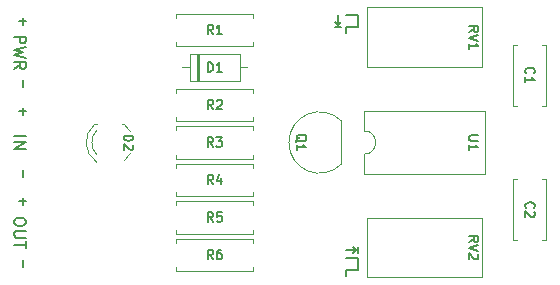
<source format=gbr>
%TF.GenerationSoftware,KiCad,Pcbnew,5.1.7-a382d34a8~88~ubuntu16.04.1*%
%TF.CreationDate,2021-06-30T18:42:57+02:00*%
%TF.ProjectId,555-piezo-trigger,3535352d-7069-4657-9a6f-2d7472696767,rev?*%
%TF.SameCoordinates,Original*%
%TF.FileFunction,Legend,Top*%
%TF.FilePolarity,Positive*%
%FSLAX46Y46*%
G04 Gerber Fmt 4.6, Leading zero omitted, Abs format (unit mm)*
G04 Created by KiCad (PCBNEW 5.1.7-a382d34a8~88~ubuntu16.04.1) date 2021-06-30 18:42:57*
%MOMM*%
%LPD*%
G01*
G04 APERTURE LIST*
%ADD10C,0.150000*%
%ADD11C,0.120000*%
G04 APERTURE END LIST*
D10*
X114998500Y-67691000D02*
X113982500Y-67691000D01*
X113347500Y-66675000D02*
X113347500Y-67564000D01*
X114998500Y-87249000D02*
X114998500Y-88265000D01*
X114998500Y-88265000D02*
X113982500Y-88265000D01*
X113982500Y-87249000D02*
X114998500Y-87249000D01*
X113982500Y-86614000D02*
X114871500Y-86614000D01*
X114871500Y-86614000D02*
X114617500Y-86360000D01*
X114871500Y-86614000D02*
X114617500Y-86868000D01*
X114998500Y-86868000D02*
X114998500Y-86360000D01*
X113982500Y-88265000D02*
X113982500Y-88773000D01*
X113982500Y-67691000D02*
X113982500Y-68199000D01*
X114998500Y-66675000D02*
X114998500Y-67691000D01*
X113347500Y-67564000D02*
X113601500Y-67310000D01*
X113093500Y-67691000D02*
X113601500Y-67691000D01*
X113982500Y-66675000D02*
X114998500Y-66675000D01*
X113347500Y-67564000D02*
X113093500Y-67310000D01*
X85907619Y-76946190D02*
X86907619Y-76946190D01*
X85907619Y-77422380D02*
X86907619Y-77422380D01*
X85907619Y-77993809D01*
X86907619Y-77993809D01*
X86907619Y-84090000D02*
X86907619Y-84280476D01*
X86860000Y-84375714D01*
X86764761Y-84470952D01*
X86574285Y-84518571D01*
X86240952Y-84518571D01*
X86050476Y-84470952D01*
X85955238Y-84375714D01*
X85907619Y-84280476D01*
X85907619Y-84090000D01*
X85955238Y-83994761D01*
X86050476Y-83899523D01*
X86240952Y-83851904D01*
X86574285Y-83851904D01*
X86764761Y-83899523D01*
X86860000Y-83994761D01*
X86907619Y-84090000D01*
X86907619Y-84947142D02*
X86098095Y-84947142D01*
X86002857Y-84994761D01*
X85955238Y-85042380D01*
X85907619Y-85137619D01*
X85907619Y-85328095D01*
X85955238Y-85423333D01*
X86002857Y-85470952D01*
X86098095Y-85518571D01*
X86907619Y-85518571D01*
X86907619Y-85851904D02*
X86907619Y-86423333D01*
X85907619Y-86137619D02*
X86907619Y-86137619D01*
X85907619Y-68516666D02*
X86907619Y-68516666D01*
X86907619Y-68897619D01*
X86860000Y-68992857D01*
X86812380Y-69040476D01*
X86717142Y-69088095D01*
X86574285Y-69088095D01*
X86479047Y-69040476D01*
X86431428Y-68992857D01*
X86383809Y-68897619D01*
X86383809Y-68516666D01*
X86907619Y-69421428D02*
X85907619Y-69659523D01*
X86621904Y-69850000D01*
X85907619Y-70040476D01*
X86907619Y-70278571D01*
X85907619Y-71230952D02*
X86383809Y-70897619D01*
X85907619Y-70659523D02*
X86907619Y-70659523D01*
X86907619Y-71040476D01*
X86860000Y-71135714D01*
X86812380Y-71183333D01*
X86717142Y-71230952D01*
X86574285Y-71230952D01*
X86479047Y-71183333D01*
X86431428Y-71135714D01*
X86383809Y-71040476D01*
X86383809Y-70659523D01*
X86620357Y-66916666D02*
X86620357Y-67526190D01*
X86315595Y-67221428D02*
X86925119Y-67221428D01*
X86620357Y-72173809D02*
X86620357Y-72783333D01*
X86620357Y-74536666D02*
X86620357Y-75146190D01*
X86315595Y-74841428D02*
X86925119Y-74841428D01*
X86620357Y-79793809D02*
X86620357Y-80403333D01*
X86620357Y-82156666D02*
X86620357Y-82766190D01*
X86315595Y-82461428D02*
X86925119Y-82461428D01*
X86620357Y-87413809D02*
X86620357Y-88023333D01*
D11*
%TO.C,D2*%
X92900000Y-75910000D02*
X92744000Y-75910000D01*
X95216000Y-75910000D02*
X95060000Y-75910000D01*
X95759042Y-76578311D02*
G75*
G03*
X95215516Y-75910000I-1779042J-891689D01*
G01*
X92901392Y-79142335D02*
G75*
G02*
X92744484Y-75910000I1078608J1672335D01*
G01*
X92900163Y-78511130D02*
G75*
G02*
X92900000Y-76429039I1079837J1041130D01*
G01*
X95759526Y-78361689D02*
G75*
G02*
X95216000Y-79030000I-1779042J891689D01*
G01*
%TO.C,C1*%
X130910000Y-69175000D02*
X130910000Y-74415000D01*
X128170000Y-69175000D02*
X128170000Y-74415000D01*
X130910000Y-69175000D02*
X130595000Y-69175000D01*
X128485000Y-69175000D02*
X128170000Y-69175000D01*
X130910000Y-74415000D02*
X130595000Y-74415000D01*
X128485000Y-74415000D02*
X128170000Y-74415000D01*
%TO.C,C2*%
X128485000Y-85765000D02*
X128170000Y-85765000D01*
X130910000Y-85765000D02*
X130595000Y-85765000D01*
X128485000Y-80525000D02*
X128170000Y-80525000D01*
X130910000Y-80525000D02*
X130595000Y-80525000D01*
X128170000Y-80525000D02*
X128170000Y-85765000D01*
X130910000Y-80525000D02*
X130910000Y-85765000D01*
%TO.C,D1*%
X101350000Y-70000000D02*
X101350000Y-72240000D01*
X101590000Y-70000000D02*
X101590000Y-72240000D01*
X101470000Y-70000000D02*
X101470000Y-72240000D01*
X105640000Y-71120000D02*
X104990000Y-71120000D01*
X100100000Y-71120000D02*
X100750000Y-71120000D01*
X104990000Y-70000000D02*
X100750000Y-70000000D01*
X104990000Y-72240000D02*
X104990000Y-70000000D01*
X100750000Y-72240000D02*
X104990000Y-72240000D01*
X100750000Y-70000000D02*
X100750000Y-72240000D01*
%TO.C,Q1*%
X113610000Y-79270000D02*
X113610000Y-75670000D01*
X113598478Y-79308478D02*
G75*
G02*
X109160000Y-77470000I-1838478J1838478D01*
G01*
X113598478Y-75631522D02*
G75*
G03*
X109160000Y-77470000I-1838478J-1838478D01*
G01*
%TO.C,R4*%
X99600000Y-79605000D02*
X99600000Y-79275000D01*
X99600000Y-79275000D02*
X106140000Y-79275000D01*
X106140000Y-79275000D02*
X106140000Y-79605000D01*
X99600000Y-81685000D02*
X99600000Y-82015000D01*
X99600000Y-82015000D02*
X106140000Y-82015000D01*
X106140000Y-82015000D02*
X106140000Y-81685000D01*
%TO.C,R5*%
X106140000Y-85190000D02*
X106140000Y-84860000D01*
X99600000Y-85190000D02*
X106140000Y-85190000D01*
X99600000Y-84860000D02*
X99600000Y-85190000D01*
X106140000Y-82450000D02*
X106140000Y-82780000D01*
X99600000Y-82450000D02*
X106140000Y-82450000D01*
X99600000Y-82780000D02*
X99600000Y-82450000D01*
%TO.C,R2*%
X99600000Y-73255000D02*
X99600000Y-72925000D01*
X99600000Y-72925000D02*
X106140000Y-72925000D01*
X106140000Y-72925000D02*
X106140000Y-73255000D01*
X99600000Y-75335000D02*
X99600000Y-75665000D01*
X99600000Y-75665000D02*
X106140000Y-75665000D01*
X106140000Y-75665000D02*
X106140000Y-75335000D01*
%TO.C,RV1*%
X115765000Y-71110000D02*
X115765000Y-66040000D01*
X125535000Y-71110000D02*
X125535000Y-66040000D01*
X125535000Y-66040000D02*
X115765000Y-66040000D01*
X125535000Y-71110000D02*
X115765000Y-71110000D01*
%TO.C,RV2*%
X115765000Y-83830000D02*
X125535000Y-83830000D01*
X115765000Y-88900000D02*
X125535000Y-88900000D01*
X115765000Y-83830000D02*
X115765000Y-88900000D01*
X125535000Y-83830000D02*
X125535000Y-88900000D01*
%TO.C,U1*%
X115510000Y-74820000D02*
X115510000Y-76470000D01*
X125790000Y-74820000D02*
X115510000Y-74820000D01*
X125790000Y-80120000D02*
X125790000Y-74820000D01*
X115510000Y-80120000D02*
X125790000Y-80120000D01*
X115510000Y-78470000D02*
X115510000Y-80120000D01*
X115510000Y-76470000D02*
G75*
G02*
X115510000Y-78470000I0J-1000000D01*
G01*
%TO.C,R3*%
X99600000Y-76100000D02*
X99600000Y-76430000D01*
X106140000Y-76100000D02*
X99600000Y-76100000D01*
X106140000Y-76430000D02*
X106140000Y-76100000D01*
X99600000Y-78840000D02*
X99600000Y-78510000D01*
X106140000Y-78840000D02*
X99600000Y-78840000D01*
X106140000Y-78510000D02*
X106140000Y-78840000D01*
%TO.C,R1*%
X106140000Y-68985000D02*
X106140000Y-69315000D01*
X106140000Y-69315000D02*
X99600000Y-69315000D01*
X99600000Y-69315000D02*
X99600000Y-68985000D01*
X106140000Y-66905000D02*
X106140000Y-66575000D01*
X106140000Y-66575000D02*
X99600000Y-66575000D01*
X99600000Y-66575000D02*
X99600000Y-66905000D01*
%TO.C,R6*%
X106140000Y-88365000D02*
X106140000Y-88035000D01*
X99600000Y-88365000D02*
X106140000Y-88365000D01*
X99600000Y-88035000D02*
X99600000Y-88365000D01*
X106140000Y-85625000D02*
X106140000Y-85955000D01*
X99600000Y-85625000D02*
X106140000Y-85625000D01*
X99600000Y-85955000D02*
X99600000Y-85625000D01*
%TO.C,D2*%
D10*
X95205595Y-76879523D02*
X96005595Y-76879523D01*
X96005595Y-77070000D01*
X95967500Y-77184285D01*
X95891309Y-77260476D01*
X95815119Y-77298571D01*
X95662738Y-77336666D01*
X95548452Y-77336666D01*
X95396071Y-77298571D01*
X95319880Y-77260476D01*
X95243690Y-77184285D01*
X95205595Y-77070000D01*
X95205595Y-76879523D01*
X95929404Y-77641428D02*
X95967500Y-77679523D01*
X96005595Y-77755714D01*
X96005595Y-77946190D01*
X95967500Y-78022380D01*
X95929404Y-78060476D01*
X95853214Y-78098571D01*
X95777023Y-78098571D01*
X95662738Y-78060476D01*
X95205595Y-77603333D01*
X95205595Y-78098571D01*
%TO.C,C1*%
X129254285Y-71621666D02*
X129216190Y-71583571D01*
X129178095Y-71469285D01*
X129178095Y-71393095D01*
X129216190Y-71278809D01*
X129292380Y-71202619D01*
X129368571Y-71164523D01*
X129520952Y-71126428D01*
X129635238Y-71126428D01*
X129787619Y-71164523D01*
X129863809Y-71202619D01*
X129940000Y-71278809D01*
X129978095Y-71393095D01*
X129978095Y-71469285D01*
X129940000Y-71583571D01*
X129901904Y-71621666D01*
X129178095Y-72383571D02*
X129178095Y-71926428D01*
X129178095Y-72155000D02*
X129978095Y-72155000D01*
X129863809Y-72078809D01*
X129787619Y-72002619D01*
X129749523Y-71926428D01*
%TO.C,C2*%
X129254285Y-83011666D02*
X129216190Y-82973571D01*
X129178095Y-82859285D01*
X129178095Y-82783095D01*
X129216190Y-82668809D01*
X129292380Y-82592619D01*
X129368571Y-82554523D01*
X129520952Y-82516428D01*
X129635238Y-82516428D01*
X129787619Y-82554523D01*
X129863809Y-82592619D01*
X129940000Y-82668809D01*
X129978095Y-82783095D01*
X129978095Y-82859285D01*
X129940000Y-82973571D01*
X129901904Y-83011666D01*
X129901904Y-83316428D02*
X129940000Y-83354523D01*
X129978095Y-83430714D01*
X129978095Y-83621190D01*
X129940000Y-83697380D01*
X129901904Y-83735476D01*
X129825714Y-83773571D01*
X129749523Y-83773571D01*
X129635238Y-83735476D01*
X129178095Y-83278333D01*
X129178095Y-83773571D01*
%TO.C,D1*%
X102279523Y-71481904D02*
X102279523Y-70681904D01*
X102470000Y-70681904D01*
X102584285Y-70720000D01*
X102660476Y-70796190D01*
X102698571Y-70872380D01*
X102736666Y-71024761D01*
X102736666Y-71139047D01*
X102698571Y-71291428D01*
X102660476Y-71367619D01*
X102584285Y-71443809D01*
X102470000Y-71481904D01*
X102279523Y-71481904D01*
X103498571Y-71481904D02*
X103041428Y-71481904D01*
X103270000Y-71481904D02*
X103270000Y-70681904D01*
X103193809Y-70796190D01*
X103117619Y-70872380D01*
X103041428Y-70910476D01*
%TO.C,Q1*%
X109734404Y-77393809D02*
X109772500Y-77317619D01*
X109848690Y-77241428D01*
X109962976Y-77127142D01*
X110001071Y-77050952D01*
X110001071Y-76974761D01*
X109810595Y-77012857D02*
X109848690Y-76936666D01*
X109924880Y-76860476D01*
X110077261Y-76822380D01*
X110343928Y-76822380D01*
X110496309Y-76860476D01*
X110572500Y-76936666D01*
X110610595Y-77012857D01*
X110610595Y-77165238D01*
X110572500Y-77241428D01*
X110496309Y-77317619D01*
X110343928Y-77355714D01*
X110077261Y-77355714D01*
X109924880Y-77317619D01*
X109848690Y-77241428D01*
X109810595Y-77165238D01*
X109810595Y-77012857D01*
X109810595Y-78117619D02*
X109810595Y-77660476D01*
X109810595Y-77889047D02*
X110610595Y-77889047D01*
X110496309Y-77812857D01*
X110420119Y-77736666D01*
X110382023Y-77660476D01*
%TO.C,R4*%
X102736666Y-81006904D02*
X102470000Y-80625952D01*
X102279523Y-81006904D02*
X102279523Y-80206904D01*
X102584285Y-80206904D01*
X102660476Y-80245000D01*
X102698571Y-80283095D01*
X102736666Y-80359285D01*
X102736666Y-80473571D01*
X102698571Y-80549761D01*
X102660476Y-80587857D01*
X102584285Y-80625952D01*
X102279523Y-80625952D01*
X103422380Y-80473571D02*
X103422380Y-81006904D01*
X103231904Y-80168809D02*
X103041428Y-80740238D01*
X103536666Y-80740238D01*
%TO.C,R5*%
X102736666Y-84181904D02*
X102470000Y-83800952D01*
X102279523Y-84181904D02*
X102279523Y-83381904D01*
X102584285Y-83381904D01*
X102660476Y-83420000D01*
X102698571Y-83458095D01*
X102736666Y-83534285D01*
X102736666Y-83648571D01*
X102698571Y-83724761D01*
X102660476Y-83762857D01*
X102584285Y-83800952D01*
X102279523Y-83800952D01*
X103460476Y-83381904D02*
X103079523Y-83381904D01*
X103041428Y-83762857D01*
X103079523Y-83724761D01*
X103155714Y-83686666D01*
X103346190Y-83686666D01*
X103422380Y-83724761D01*
X103460476Y-83762857D01*
X103498571Y-83839047D01*
X103498571Y-84029523D01*
X103460476Y-84105714D01*
X103422380Y-84143809D01*
X103346190Y-84181904D01*
X103155714Y-84181904D01*
X103079523Y-84143809D01*
X103041428Y-84105714D01*
%TO.C,R2*%
X102736666Y-74656904D02*
X102470000Y-74275952D01*
X102279523Y-74656904D02*
X102279523Y-73856904D01*
X102584285Y-73856904D01*
X102660476Y-73895000D01*
X102698571Y-73933095D01*
X102736666Y-74009285D01*
X102736666Y-74123571D01*
X102698571Y-74199761D01*
X102660476Y-74237857D01*
X102584285Y-74275952D01*
X102279523Y-74275952D01*
X103041428Y-73933095D02*
X103079523Y-73895000D01*
X103155714Y-73856904D01*
X103346190Y-73856904D01*
X103422380Y-73895000D01*
X103460476Y-73933095D01*
X103498571Y-74009285D01*
X103498571Y-74085476D01*
X103460476Y-74199761D01*
X103003333Y-74656904D01*
X103498571Y-74656904D01*
%TO.C,RV1*%
X124415595Y-68103809D02*
X124796547Y-67837142D01*
X124415595Y-67646666D02*
X125215595Y-67646666D01*
X125215595Y-67951428D01*
X125177500Y-68027619D01*
X125139404Y-68065714D01*
X125063214Y-68103809D01*
X124948928Y-68103809D01*
X124872738Y-68065714D01*
X124834642Y-68027619D01*
X124796547Y-67951428D01*
X124796547Y-67646666D01*
X125215595Y-68332380D02*
X124415595Y-68599047D01*
X125215595Y-68865714D01*
X124415595Y-69551428D02*
X124415595Y-69094285D01*
X124415595Y-69322857D02*
X125215595Y-69322857D01*
X125101309Y-69246666D01*
X125025119Y-69170476D01*
X124987023Y-69094285D01*
%TO.C,RV2*%
X124415595Y-85883809D02*
X124796547Y-85617142D01*
X124415595Y-85426666D02*
X125215595Y-85426666D01*
X125215595Y-85731428D01*
X125177500Y-85807619D01*
X125139404Y-85845714D01*
X125063214Y-85883809D01*
X124948928Y-85883809D01*
X124872738Y-85845714D01*
X124834642Y-85807619D01*
X124796547Y-85731428D01*
X124796547Y-85426666D01*
X125215595Y-86112380D02*
X124415595Y-86379047D01*
X125215595Y-86645714D01*
X125139404Y-86874285D02*
X125177500Y-86912380D01*
X125215595Y-86988571D01*
X125215595Y-87179047D01*
X125177500Y-87255238D01*
X125139404Y-87293333D01*
X125063214Y-87331428D01*
X124987023Y-87331428D01*
X124872738Y-87293333D01*
X124415595Y-86836190D01*
X124415595Y-87331428D01*
%TO.C,U1*%
X125215595Y-76860476D02*
X124567976Y-76860476D01*
X124491785Y-76898571D01*
X124453690Y-76936666D01*
X124415595Y-77012857D01*
X124415595Y-77165238D01*
X124453690Y-77241428D01*
X124491785Y-77279523D01*
X124567976Y-77317619D01*
X125215595Y-77317619D01*
X124415595Y-78117619D02*
X124415595Y-77660476D01*
X124415595Y-77889047D02*
X125215595Y-77889047D01*
X125101309Y-77812857D01*
X125025119Y-77736666D01*
X124987023Y-77660476D01*
%TO.C,R3*%
X102736666Y-77831904D02*
X102470000Y-77450952D01*
X102279523Y-77831904D02*
X102279523Y-77031904D01*
X102584285Y-77031904D01*
X102660476Y-77070000D01*
X102698571Y-77108095D01*
X102736666Y-77184285D01*
X102736666Y-77298571D01*
X102698571Y-77374761D01*
X102660476Y-77412857D01*
X102584285Y-77450952D01*
X102279523Y-77450952D01*
X103003333Y-77031904D02*
X103498571Y-77031904D01*
X103231904Y-77336666D01*
X103346190Y-77336666D01*
X103422380Y-77374761D01*
X103460476Y-77412857D01*
X103498571Y-77489047D01*
X103498571Y-77679523D01*
X103460476Y-77755714D01*
X103422380Y-77793809D01*
X103346190Y-77831904D01*
X103117619Y-77831904D01*
X103041428Y-77793809D01*
X103003333Y-77755714D01*
%TO.C,R1*%
X102736666Y-68306904D02*
X102470000Y-67925952D01*
X102279523Y-68306904D02*
X102279523Y-67506904D01*
X102584285Y-67506904D01*
X102660476Y-67545000D01*
X102698571Y-67583095D01*
X102736666Y-67659285D01*
X102736666Y-67773571D01*
X102698571Y-67849761D01*
X102660476Y-67887857D01*
X102584285Y-67925952D01*
X102279523Y-67925952D01*
X103498571Y-68306904D02*
X103041428Y-68306904D01*
X103270000Y-68306904D02*
X103270000Y-67506904D01*
X103193809Y-67621190D01*
X103117619Y-67697380D01*
X103041428Y-67735476D01*
%TO.C,R6*%
X102736666Y-87356904D02*
X102470000Y-86975952D01*
X102279523Y-87356904D02*
X102279523Y-86556904D01*
X102584285Y-86556904D01*
X102660476Y-86595000D01*
X102698571Y-86633095D01*
X102736666Y-86709285D01*
X102736666Y-86823571D01*
X102698571Y-86899761D01*
X102660476Y-86937857D01*
X102584285Y-86975952D01*
X102279523Y-86975952D01*
X103422380Y-86556904D02*
X103270000Y-86556904D01*
X103193809Y-86595000D01*
X103155714Y-86633095D01*
X103079523Y-86747380D01*
X103041428Y-86899761D01*
X103041428Y-87204523D01*
X103079523Y-87280714D01*
X103117619Y-87318809D01*
X103193809Y-87356904D01*
X103346190Y-87356904D01*
X103422380Y-87318809D01*
X103460476Y-87280714D01*
X103498571Y-87204523D01*
X103498571Y-87014047D01*
X103460476Y-86937857D01*
X103422380Y-86899761D01*
X103346190Y-86861666D01*
X103193809Y-86861666D01*
X103117619Y-86899761D01*
X103079523Y-86937857D01*
X103041428Y-87014047D01*
%TD*%
M02*

</source>
